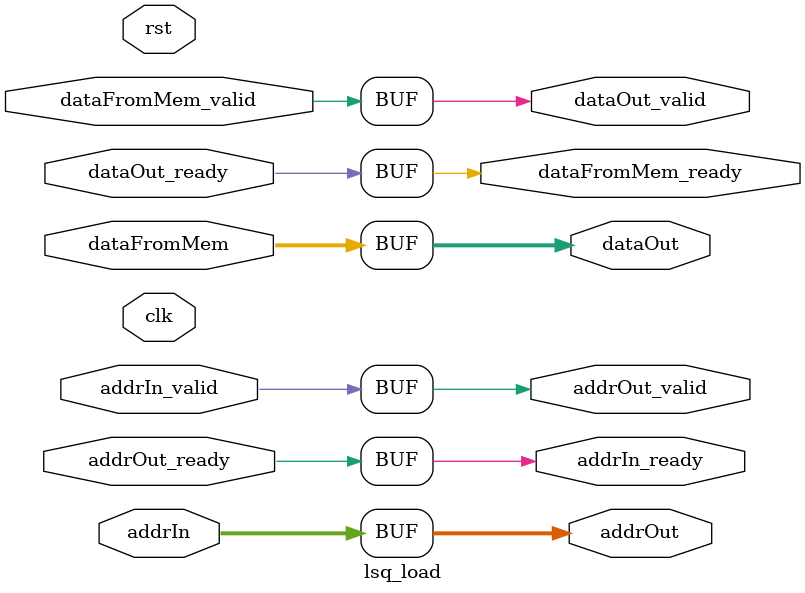
<source format=v>
`timescale 1ns/1ps
module lsq_load #(
  parameter DATA_WIDTH = 32,
  parameter ADDR_WIDTH = 32
)(
  input  clk,
  input  rst,
  // Address from Circuit Channel
  input  [ADDR_WIDTH - 1 : 0] addrIn,
  input  addrIn_valid,
  output addrIn_ready,
  // Address to Interface Channel
  output [ADDR_WIDTH - 1 : 0] addrOut,
  output addrOut_valid,
  input  addrOut_ready,
  // Data from Interface Channel
  input  [DATA_WIDTH - 1 : 0] dataFromMem,
  input  dataFromMem_valid,
  output dataFromMem_ready,
  // Data from Memory Channel
  output [DATA_WIDTH - 1 : 0] dataOut,
  output dataOut_valid,
  input  dataOut_ready
);
  // Data assignment
  assign dataOut = dataFromMem;
  assign dataOut_valid = dataFromMem_valid;
  assign dataFromMem_ready = dataOut_ready;

  // Addr assignment
  assign addrOut = addrIn;
  assign addrOut_valid = addrIn_valid;
  assign addrIn_ready = addrOut_ready;

endmodule

</source>
